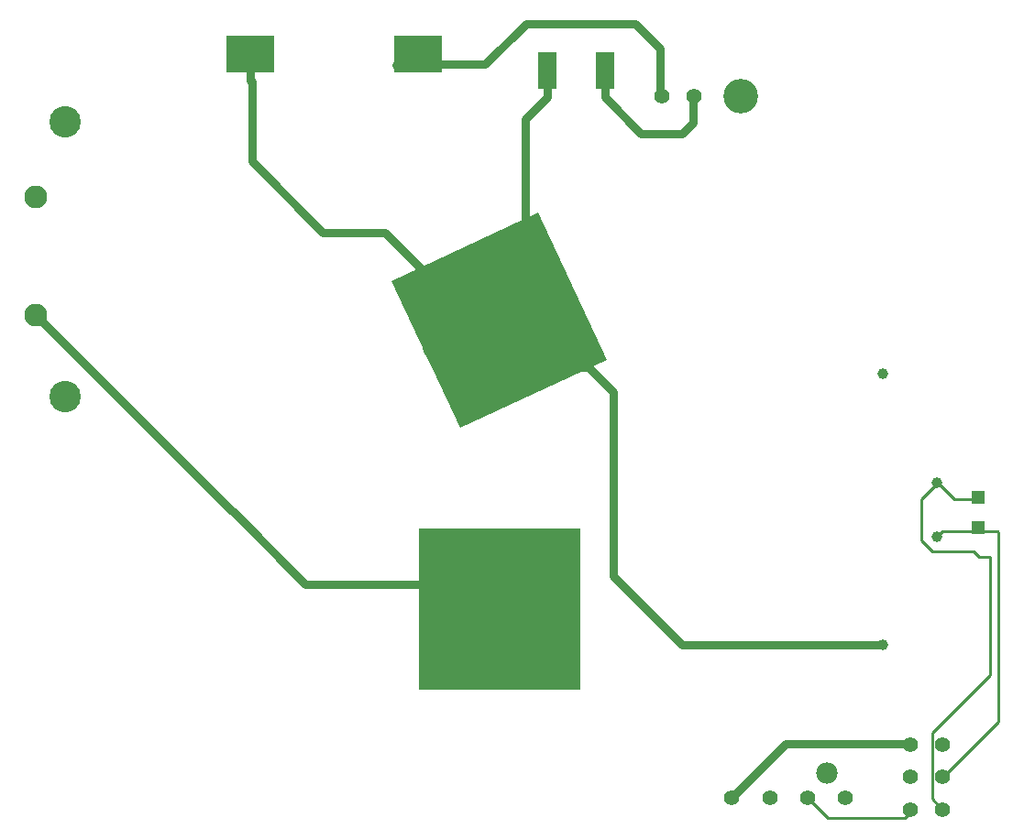
<source format=gtl>
G04 #@! TF.GenerationSoftware,KiCad,Pcbnew,5.0.2-bee76a0~70~ubuntu18.04.1*
G04 #@! TF.CreationDate,2019-04-30T11:13:38-04:00*
G04 #@! TF.ProjectId,AIR_Mount_Minus,4149525f-4d6f-4756-9e74-5f4d696e7573,rev?*
G04 #@! TF.SameCoordinates,Original*
G04 #@! TF.FileFunction,Copper,L1,Top*
G04 #@! TF.FilePolarity,Positive*
%FSLAX46Y46*%
G04 Gerber Fmt 4.6, Leading zero omitted, Abs format (unit mm)*
G04 Created by KiCad (PCBNEW 5.0.2-bee76a0~70~ubuntu18.04.1) date Tue 30 Apr 2019 11:13:38 AM EDT*
%MOMM*%
%LPD*%
G01*
G04 APERTURE LIST*
G04 #@! TA.AperFunction,SMDPad,CuDef*
%ADD10R,1.200000X1.200000*%
G04 #@! TD*
G04 #@! TA.AperFunction,SMDPad,CuDef*
%ADD11R,1.780000X3.500000*%
G04 #@! TD*
G04 #@! TA.AperFunction,ComponentPad*
%ADD12C,1.400000*%
G04 #@! TD*
G04 #@! TA.AperFunction,ComponentPad*
%ADD13R,15.000000X15.000000*%
G04 #@! TD*
G04 #@! TA.AperFunction,ComponentPad*
%ADD14C,1.700000*%
G04 #@! TD*
G04 #@! TA.AperFunction,ComponentPad*
%ADD15C,15.000000*%
G04 #@! TD*
G04 #@! TA.AperFunction,Conductor*
%ADD16C,0.100000*%
G04 #@! TD*
G04 #@! TA.AperFunction,ComponentPad*
%ADD17C,3.200000*%
G04 #@! TD*
G04 #@! TA.AperFunction,ComponentPad*
%ADD18C,1.420000*%
G04 #@! TD*
G04 #@! TA.AperFunction,ComponentPad*
%ADD19C,1.397000*%
G04 #@! TD*
G04 #@! TA.AperFunction,ComponentPad*
%ADD20C,1.981000*%
G04 #@! TD*
G04 #@! TA.AperFunction,ComponentPad*
%ADD21C,1.000000*%
G04 #@! TD*
G04 #@! TA.AperFunction,ComponentPad*
%ADD22C,2.120000*%
G04 #@! TD*
G04 #@! TA.AperFunction,ComponentPad*
%ADD23C,2.900000*%
G04 #@! TD*
G04 #@! TA.AperFunction,SMDPad,CuDef*
%ADD24R,4.500000X3.400000*%
G04 #@! TD*
G04 #@! TA.AperFunction,Conductor*
%ADD25C,0.254000*%
G04 #@! TD*
G04 #@! TA.AperFunction,Conductor*
%ADD26C,0.762000*%
G04 #@! TD*
G04 APERTURE END LIST*
D10*
G04 #@! TO.P,D1,1*
G04 #@! TO.N,/Precharge+*
X212260000Y-95610000D03*
G04 #@! TO.P,D1,2*
G04 #@! TO.N,/Precharge-*
X212260000Y-98410000D03*
G04 #@! TD*
D11*
G04 #@! TO.P,F1,2*
G04 #@! TO.N,/TS_Fuse-*
X177746000Y-56134000D03*
G04 #@! TO.P,F1,1*
G04 #@! TO.N,/TS-*
X172466000Y-56134000D03*
G04 #@! TD*
D12*
G04 #@! TO.P,J1,1*
G04 #@! TO.N,/Precharge+*
X208940000Y-124480000D03*
G04 #@! TO.P,J1,2*
G04 #@! TO.N,/Precharge-*
X208940000Y-121480000D03*
G04 #@! TO.P,J1,3*
G04 #@! TO.N,/AUX+*
X208940000Y-118480000D03*
G04 #@! TO.P,J1,4*
G04 #@! TO.N,/AUX-*
X205940000Y-124480000D03*
G04 #@! TO.P,J1,5*
G04 #@! TO.N,/Coil+*
X205940000Y-121480000D03*
G04 #@! TO.P,J1,6*
G04 #@! TO.N,/Coil-*
X205940000Y-118480000D03*
G04 #@! TD*
D13*
G04 #@! TO.P,J2,1*
G04 #@! TO.N,/BAT-*
X168031363Y-105920001D03*
D14*
X171841363Y-112270001D03*
X174381363Y-112270001D03*
X169301363Y-112270001D03*
X166761363Y-112270001D03*
X164221363Y-112270001D03*
X161681363Y-112270001D03*
X171841363Y-99570001D03*
X166761363Y-99570001D03*
X169301363Y-99570001D03*
X161681363Y-99570001D03*
X174381363Y-99570001D03*
X164221363Y-99570001D03*
G04 #@! TD*
G04 #@! TO.P,J3,1*
G04 #@! TO.N,/TS-*
X161850342Y-75105159D03*
X171058429Y-70811358D03*
X159548321Y-76178610D03*
X166454386Y-72958258D03*
X164152364Y-74031709D03*
X168756408Y-71884808D03*
X164915573Y-87688718D03*
X167217594Y-86615268D03*
X169519616Y-85541818D03*
X171821638Y-84468367D03*
X176425681Y-82321466D03*
X174123660Y-83394917D03*
D15*
X167987001Y-79250038D03*
D16*
G04 #@! TD*
G04 #@! TO.N,/TS-*
G04 #@! TO.C,J3*
G36*
X164359330Y-89216983D02*
X158020056Y-75622367D01*
X171614672Y-69283093D01*
X177953946Y-82877709D01*
X164359330Y-89216983D01*
X164359330Y-89216983D01*
G37*
D17*
G04 #@! TO.P,J4,*
G04 #@! TO.N,*
X190300000Y-58520000D03*
D18*
G04 #@! TO.P,J4,1*
G04 #@! TO.N,/TS_Fuse-*
X185980000Y-58520000D03*
G04 #@! TO.P,J4,2*
G04 #@! TO.N,/TSMP-*
X182980000Y-58520000D03*
G04 #@! TD*
D19*
G04 #@! TO.P,J5,2*
G04 #@! TO.N,/AUX-*
X196490000Y-123350000D03*
G04 #@! TO.P,J5,1*
G04 #@! TO.N,/AUX+*
X199990000Y-123350000D03*
D20*
G04 #@! TO.P,J5,*
G04 #@! TO.N,*
X198240000Y-121120000D03*
D19*
G04 #@! TO.P,J5,3*
G04 #@! TO.N,/Coil+*
X192990000Y-123350000D03*
G04 #@! TO.P,J5,4*
G04 #@! TO.N,/Coil-*
X189490000Y-123350000D03*
G04 #@! TD*
D21*
G04 #@! TO.P,K1,1*
G04 #@! TO.N,/TS-*
X203454000Y-109220000D03*
G04 #@! TO.P,K1,2*
G04 #@! TO.N,Net-(K1-Pad2)*
X203454000Y-84220000D03*
G04 #@! TO.P,K1,3*
G04 #@! TO.N,/Precharge-*
X208454000Y-99220000D03*
G04 #@! TO.P,K1,4*
G04 #@! TO.N,/Precharge+*
X208454000Y-94220000D03*
G04 #@! TD*
D22*
G04 #@! TO.P,R1,1*
G04 #@! TO.N,/BAT-*
X125200000Y-78780000D03*
G04 #@! TO.P,R1,2*
G04 #@! TO.N,Net-(K1-Pad2)*
X125200000Y-67880000D03*
D23*
G04 #@! TO.P,R1,4*
G04 #@! TO.N,N/C*
X127870000Y-86273000D03*
G04 #@! TO.P,R1,5*
X127870000Y-60873000D03*
G04 #@! TD*
D24*
G04 #@! TO.P,R2,1*
G04 #@! TO.N,/TSMP-*
X160530000Y-54600000D03*
G04 #@! TO.P,R2,2*
G04 #@! TO.N,/TS-*
X145030000Y-54600000D03*
G04 #@! TD*
D25*
G04 #@! TO.N,/Precharge+*
X207960599Y-123500599D02*
X207960599Y-117413401D01*
X208940000Y-124480000D02*
X207960599Y-123500599D01*
X207960599Y-117413401D02*
X213360000Y-112014000D01*
X213360000Y-112014000D02*
X213360000Y-101092000D01*
X213360000Y-101092000D02*
X212344000Y-101092000D01*
X212344000Y-101092000D02*
X211836000Y-100584000D01*
X211836000Y-100584000D02*
X208664486Y-100584000D01*
X208664486Y-100584000D02*
X208026000Y-100584000D01*
X208026000Y-100584000D02*
X207010000Y-99568000D01*
X207010000Y-99568000D02*
X207010000Y-95758000D01*
X207010000Y-95758000D02*
X208534000Y-94234000D01*
X208534000Y-94234000D02*
X210058000Y-95758000D01*
X210058000Y-95758000D02*
X211836000Y-95758000D01*
G04 #@! TO.N,/Precharge-*
X214122000Y-116332000D02*
X208788000Y-121666000D01*
X214036001Y-98720001D02*
X214122000Y-98806000D01*
X208454000Y-99220000D02*
X208953999Y-98720001D01*
X214122000Y-98806000D02*
X214122000Y-116332000D01*
X210820000Y-98720001D02*
X214036001Y-98720001D01*
X210820000Y-98720001D02*
X212175999Y-98720001D01*
X208953999Y-98720001D02*
X210820000Y-98720001D01*
X212175999Y-98720001D02*
X212344000Y-98552000D01*
D26*
G04 #@! TO.N,/TS_Fuse-*
X177746000Y-58646000D02*
X181076000Y-61976000D01*
X177746000Y-56134000D02*
X177746000Y-58646000D01*
X181076000Y-61976000D02*
X184912000Y-61976000D01*
X184912000Y-61976000D02*
X185928000Y-60960000D01*
X185928000Y-60960000D02*
X185928000Y-58420000D01*
G04 #@! TO.N,/TS-*
X173892000Y-84230000D02*
X173736000Y-84074000D01*
X160479500Y-74676000D02*
X161544000Y-74676000D01*
X172466000Y-58646000D02*
X170434000Y-60678000D01*
X172466000Y-56134000D02*
X172466000Y-58646000D01*
X170434000Y-60678000D02*
X170434000Y-73152000D01*
X184912000Y-109220000D02*
X178562000Y-102870000D01*
X203454000Y-109220000D02*
X184912000Y-109220000D01*
X178562000Y-102870000D02*
X178562000Y-85852000D01*
X178562000Y-85852000D02*
X176276000Y-83566000D01*
X176276000Y-83566000D02*
X174498000Y-83566000D01*
X151701500Y-71120000D02*
X157480000Y-71120000D01*
X157480000Y-71120000D02*
X161798000Y-75438000D01*
X145160000Y-57192000D02*
X145160000Y-64578500D01*
X145030000Y-57062000D02*
X145160000Y-57192000D01*
X145030000Y-54600000D02*
X145030000Y-57062000D01*
X145160000Y-64578500D02*
X151701500Y-71120000D01*
D25*
G04 #@! TO.N,/AUX-*
X196490000Y-123350000D02*
X198362000Y-125222000D01*
X198362000Y-125222000D02*
X205486000Y-125222000D01*
X205486000Y-125222000D02*
X205994000Y-124714000D01*
D26*
G04 #@! TO.N,/Coil-*
X189490000Y-123350000D02*
X194476000Y-118364000D01*
X194476000Y-118364000D02*
X205994000Y-118364000D01*
G04 #@! TO.N,/BAT-*
X143312608Y-96892608D02*
X143374608Y-96892608D01*
X125200000Y-78780000D02*
X143312608Y-96892608D01*
X143374608Y-96892608D02*
X150114000Y-103632000D01*
X150114000Y-103632000D02*
X161290000Y-103632000D01*
G04 #@! TO.N,/TSMP-*
X166663800Y-55600000D02*
X170447800Y-51816000D01*
X163819000Y-55600000D02*
X166663800Y-55600000D01*
X170447800Y-51816000D02*
X180594000Y-51816000D01*
X180594000Y-51816000D02*
X182880000Y-54102000D01*
X182880000Y-54102000D02*
X182880000Y-58420000D01*
X163819000Y-55600000D02*
X158522000Y-55600000D01*
X158522000Y-55600000D02*
X158496000Y-55626000D01*
G04 #@! TD*
M02*

</source>
